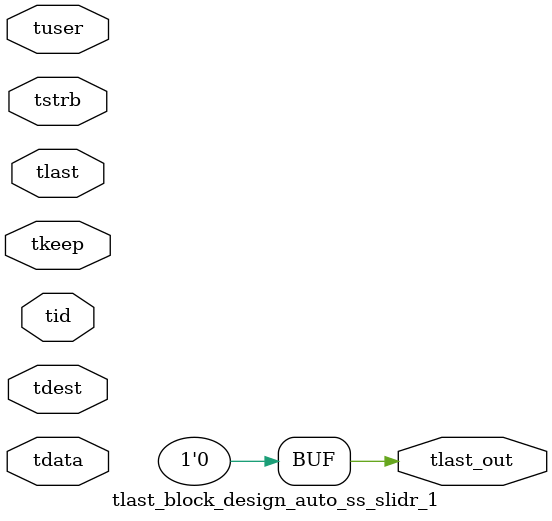
<source format=v>


`timescale 1ps/1ps

module tlast_block_design_auto_ss_slidr_1 #
(
parameter C_S_AXIS_TID_WIDTH   = 1,
parameter C_S_AXIS_TUSER_WIDTH = 0,
parameter C_S_AXIS_TDATA_WIDTH = 0,
parameter C_S_AXIS_TDEST_WIDTH = 0
)
(
input  [(C_S_AXIS_TID_WIDTH   == 0 ? 1 : C_S_AXIS_TID_WIDTH)-1:0       ] tid,
input  [(C_S_AXIS_TDATA_WIDTH == 0 ? 1 : C_S_AXIS_TDATA_WIDTH)-1:0     ] tdata,
input  [(C_S_AXIS_TUSER_WIDTH == 0 ? 1 : C_S_AXIS_TUSER_WIDTH)-1:0     ] tuser,
input  [(C_S_AXIS_TDEST_WIDTH == 0 ? 1 : C_S_AXIS_TDEST_WIDTH)-1:0     ] tdest,
input  [(C_S_AXIS_TDATA_WIDTH/8)-1:0 ] tkeep,
input  [(C_S_AXIS_TDATA_WIDTH/8)-1:0 ] tstrb,
input  [0:0]                                                             tlast,
output                                                                   tlast_out
);

assign tlast_out = {1'b0};

endmodule


</source>
